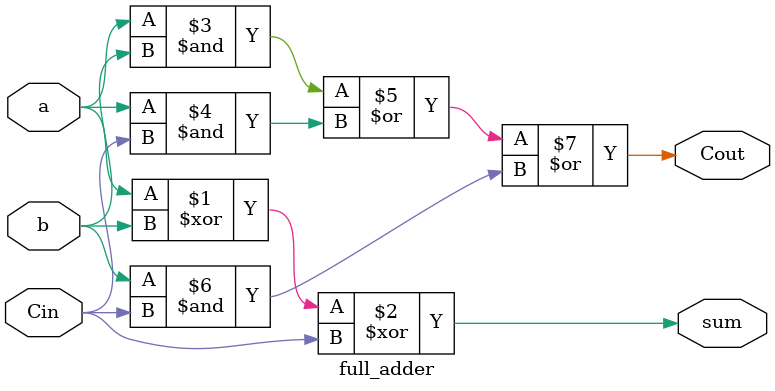
<source format=sv>


module eight_bit_select_adder (
    input logic clk, reset_n,
    input logic [7:0] A, B,
    input logic Cin,
    output logic [7:0] output_sum,
    output logic output_Cout
);

    // Uncomment to tie reset high and disable it
    // reset_n = 1'b1;

    // Input flip-flops
    logic [7:0] A_reg, B_reg;

    // Cin does not need to 
    // be stored in a flip flop
    always_ff @(posedge clk or negedge reset_n) begin
        if (!reset_n) begin
            A_reg <= 8'b0;
            B_reg <= 8'b0;
        end else begin
            A_reg <= A;
            B_reg <= B;
        end
    end

    // Splitting the 8-bit inputs into two 4-bit parts
    logic [3:0] lower_A, lower_B, upper_A, upper_B;
    assign lower_A = A[3:0];
    assign lower_B = B[3:0];
    assign upper_A = A[7:4];
    assign upper_B = B[7:4];
    
    // Carry Select Logic
    logic [3:0] lower_sum, upper_sum, upper_sum_0, upper_sum_1;
    logic lower_Cout, upper_Cout, upper_Cout_0, upper_Cout_1;

    // Instantiate three 4-bit carry-select adders
    // Adder for the lower 4 bits
    four_bit_select_adder lower_adder (
        .clk(clk),
        .reset_n(reset_n),
        .A(lower_A),
        .B(lower_B),
        .Cin(Cin),
        .output_sum(lower_sum),
        .output_Cout(lower_Cout)
    );

    // Adder for upper for bits when lower_Cout = 0
    four_bit_select_adder upper_adder_cin_0 (
        .clk(clk),
        .reset_n(reset_n),
        .A(upper_A),
        .B(upper_B),
        .Cin(1'b0), // Carry from lower adder
        .output_sum(upper_sum_0),
        .output_Cout(upper_Cout_0)
    );

    // Adder for upper for bits when lower_Cout = 1
    four_bit_select_adder upper_adder_cin_1 (
        .clk(clk),
        .reset_n(reset_n),
        .A(upper_A),
        .B(upper_B),
        .Cin(1'b1), // Carry from lower adder
        .output_sum(upper_sum_1),
        .output_Cout(upper_Cout_1)
    );

    // Carry select logic
    always_comb begin
        if (lower_Cout == 1'b0) begin
            upper_sum = upper_sum_0;
            upper_Cout = upper_Cout_0;
        end 
        else begin
            upper_sum = upper_sum_1;
            upper_Cout = upper_Cout_1;
        end
    end

    // Output flip-flops
    logic [7:0] sum_reg;
    logic Cout_reg;

    always_ff @(posedge clk or negedge reset_n) begin
        if (!reset_n) begin
            sum_reg <= 8'b0;
            Cout_reg <= 1'b0;
        end else begin
            sum_reg[3:0] <= lower_sum;
            sum_reg[7:4] <= upper_sum;
            Cout_reg <= upper_Cout;
        end
    end

    // Assign output
    assign output_sum = sum_reg;
    assign output_Cout = Cout_reg;

endmodule


module four_bit_select_adder (
    input logic clk, reset_n,
    input logic [3:0] A, B, 
    input logic Cin,
    output logic [3:0] output_sum,
    output logic output_Cout
);

    // Uncomment to tie reset high and disable it
    // reset_n = 1'b1;

    // Input flip-flops
    logic [3:0] A_reg, B_reg;
   

    // Cin does not need to 
    // be stored in a flip flop
    always_ff @(posedge clk or negedge reset_n) begin
        if (!reset_n) begin
            A_reg <= 4'b0;
            B_reg <= 4'b0;
        end else begin
            A_reg <= A;
            B_reg <= B;
        end
    end

    // Carry select adder logic
    logic [1:0] sum0, sum1, sum2;
    logic Cout0, Cout1, Cout2;
    logic [3:0] sum;
    logic Cout;

    // Lower 2 bits
    two_bit_adder lower_adder (
        .a(A_reg[1:0]),
        .b(B_reg[1:0]),
        .Cin(Cin),
        .sum(sum0),
        .Cout(Cout0)
    );

    // Upper 2 bits assuming carry-in is 0
    two_bit_adder upper_adder_0 (
        .a(A_reg[3:2]),
        .b(B_reg[3:2]),
        .Cin(1'b0),
        .sum(sum1),
        .Cout(Cout1)
    );

    // Upper 2 bits assuming carry-in is 1
    two_bit_adder upper_adder_1 (
        .a(A_reg[3:2]),
        .b(B_reg[3:2]),
        .Cin(1'b1),
        .sum(sum2),
        .Cout(Cout2)
    );

    // Carry select logic
    always_comb begin
        if (Cout0 == 1'b0) begin
            sum[3:2] = sum1;
            Cout = Cout1;
        end else begin
            sum[3:2] = sum2;
            Cout = Cout2;
        end
        sum[1:0] = sum0;
    end

    // Output flip-flops
    logic [3:0] sum_reg;
    logic Cout_reg;

    always_ff @(posedge clk or negedge reset_n) begin
        if (!reset_n) begin
            sum_reg <= 4'b0;
            Cout_reg <= 1'b0;
        end else begin
            sum_reg <= sum;
            Cout_reg <= Cout;
        end
    end

    // Output assignment
    assign output_sum = sum_reg;
    assign output_Cout = Cout_reg;

endmodule

module two_bit_adder (
    input logic 	[1:0] 		a, b,  
    input logic 			Cin, 
    output logic 	[1:0] 		sum, 
    output logic 			Cout);

    // Uncomment to tie reset high and disable it
    // reset_n = 1'b1;
    
    // Internal carry signal
    logic carry;

    // First 1bit adder
    full_adder fa0 (
        .a(a[0]),
        .b(b[0]),
        .Cin(Cin),
        .sum(sum[0]),
        .Cout(carry)
    );

    // Second 1bit adder
    full_adder fa1 (
        .a(a[1]),
        .b(b[1]),
        .Cin(carry),
        .sum(sum[1]),
        .Cout(Cout)
    );

endmodule

// Full adder module for a single bit
module full_adder (
    input logic 		a, b, Cin,
    output logic 		sum, Cout);

    // Uncomment to tie reset high and disable it
    // reset_n = 1'b1;
    
    assign sum= a ^ b ^ Cin;
    assign Cout = (a & b) | (a & Cin) | (b & Cin);

endmodule


</source>
